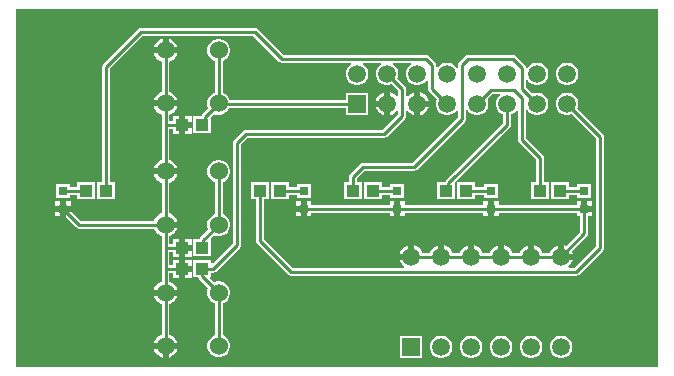
<source format=gtl>
G04*
G04 #@! TF.GenerationSoftware,Altium Limited,Altium Designer,24.5.2 (23)*
G04*
G04 Layer_Physical_Order=1*
G04 Layer_Color=255*
%FSLAX25Y25*%
%MOIN*%
G70*
G04*
G04 #@! TF.SameCoordinates,EC466EA2-F337-402A-A5E8-60117474A60A*
G04*
G04*
G04 #@! TF.FilePolarity,Positive*
G04*
G01*
G75*
%ADD10C,0.01000*%
%ADD13R,0.04331X0.03937*%
%ADD14R,0.03150X0.03150*%
%ADD22C,0.06000*%
%ADD23R,0.05906X0.05906*%
%ADD24C,0.05906*%
%ADD25R,0.05906X0.05906*%
%ADD26C,0.05906*%
G36*
X215256Y1234D02*
X1313D01*
Y120687D01*
X215256D01*
X215256Y1234D01*
D02*
G37*
%LPC*%
G36*
X52142Y110731D02*
Y107858D01*
X55015D01*
X54869Y108402D01*
X54343Y109314D01*
X53598Y110059D01*
X52686Y110586D01*
X52142Y110731D01*
D02*
G37*
G36*
X50142D02*
X49598Y110586D01*
X48686Y110059D01*
X47941Y109314D01*
X47414Y108402D01*
X47269Y107858D01*
X50142D01*
Y110731D01*
D02*
G37*
G36*
X185492Y102740D02*
X184508D01*
X183556Y102485D01*
X182703Y101993D01*
X182007Y101296D01*
X181515Y100444D01*
X181260Y99492D01*
Y98508D01*
X181515Y97556D01*
X182007Y96703D01*
X182703Y96007D01*
X183556Y95515D01*
X184508Y95260D01*
X185492D01*
X186444Y95515D01*
X187296Y96007D01*
X187993Y96703D01*
X188485Y97556D01*
X188740Y98508D01*
Y99492D01*
X188485Y100444D01*
X187993Y101296D01*
X187296Y101993D01*
X186444Y102485D01*
X185492Y102740D01*
D02*
G37*
G36*
X81000Y114313D02*
X43000D01*
X42498Y114213D01*
X42072Y113928D01*
X30418Y102275D01*
X30134Y101849D01*
X30034Y101347D01*
Y62756D01*
X28394D01*
Y57244D01*
X34299D01*
Y62756D01*
X32659D01*
Y100803D01*
X43544Y111687D01*
X80456D01*
X89072Y103072D01*
X89498Y102787D01*
X90000Y102687D01*
X112906D01*
X113040Y102187D01*
X112704Y101993D01*
X112007Y101296D01*
X111515Y100444D01*
X111260Y99492D01*
Y98508D01*
X111515Y97556D01*
X112007Y96703D01*
X112704Y96007D01*
X113556Y95515D01*
X114508Y95260D01*
X115492D01*
X116444Y95515D01*
X117297Y96007D01*
X117993Y96703D01*
X118485Y97556D01*
X118740Y98508D01*
Y99492D01*
X118485Y100444D01*
X117993Y101296D01*
X117297Y101993D01*
X116960Y102187D01*
X117094Y102687D01*
X122906D01*
X123040Y102187D01*
X122704Y101993D01*
X122007Y101296D01*
X121515Y100444D01*
X121260Y99492D01*
Y98508D01*
X121515Y97556D01*
X122007Y96703D01*
X122704Y96007D01*
X123556Y95515D01*
X124508Y95260D01*
X125492D01*
X126444Y95515D01*
X126561Y95583D01*
X128687Y93456D01*
Y91519D01*
X128187Y91385D01*
X128163Y91427D01*
X127427Y92163D01*
X126526Y92683D01*
X126000Y92824D01*
Y89000D01*
Y85176D01*
X126526Y85317D01*
X127427Y85837D01*
X128163Y86573D01*
X128187Y86615D01*
X128687Y86481D01*
Y85544D01*
X123456Y80313D01*
X78000D01*
X77498Y80213D01*
X77072Y79928D01*
X74072Y76928D01*
X73787Y76502D01*
X73687Y76000D01*
Y42544D01*
X66799Y35656D01*
X66299Y35863D01*
Y36756D01*
X60394D01*
Y31244D01*
X62087D01*
X62134Y31010D01*
X62418Y30584D01*
X65406Y27596D01*
X65329Y27462D01*
X65071Y26499D01*
Y25501D01*
X65329Y24538D01*
X65828Y23674D01*
X66533Y22969D01*
X67396Y22471D01*
X67546Y22431D01*
Y11853D01*
X67396Y11813D01*
X66533Y11314D01*
X65828Y10609D01*
X65329Y9745D01*
X65071Y8782D01*
Y7785D01*
X65329Y6822D01*
X65828Y5958D01*
X66533Y5253D01*
X67396Y4754D01*
X68360Y4496D01*
X69357D01*
X70320Y4754D01*
X71184Y5253D01*
X71889Y5958D01*
X72388Y6822D01*
X72646Y7785D01*
Y8782D01*
X72388Y9745D01*
X71889Y10609D01*
X71184Y11314D01*
X70320Y11813D01*
X70171Y11853D01*
Y22431D01*
X70320Y22471D01*
X71184Y22969D01*
X71889Y23674D01*
X72388Y24538D01*
X72646Y25501D01*
Y26499D01*
X72388Y27462D01*
X71889Y28326D01*
X71184Y29031D01*
X70320Y29529D01*
X69357Y29787D01*
X68360D01*
X67396Y29529D01*
X67263Y29452D01*
X65932Y30782D01*
X66124Y31244D01*
X66299D01*
Y32687D01*
X67000D01*
X67502Y32787D01*
X67928Y33072D01*
X75928Y41072D01*
X76213Y41498D01*
X76313Y42000D01*
Y75456D01*
X78544Y77687D01*
X124000D01*
X124502Y77787D01*
X124928Y78072D01*
X130928Y84072D01*
X131213Y84498D01*
X131313Y85000D01*
Y86481D01*
X131813Y86615D01*
X131837Y86573D01*
X132573Y85837D01*
X133474Y85317D01*
X134000Y85176D01*
Y89000D01*
Y92824D01*
X133474Y92683D01*
X132573Y92163D01*
X131837Y91427D01*
X131813Y91385D01*
X131313Y91519D01*
Y94000D01*
X131213Y94502D01*
X130928Y94928D01*
X128417Y97439D01*
X128485Y97556D01*
X128740Y98508D01*
Y99492D01*
X128485Y100444D01*
X127993Y101296D01*
X127296Y101993D01*
X126960Y102187D01*
X127094Y102687D01*
X132906D01*
X133040Y102187D01*
X132703Y101993D01*
X132007Y101296D01*
X131515Y100444D01*
X131260Y99492D01*
Y98508D01*
X131515Y97556D01*
X132007Y96703D01*
X132703Y96007D01*
X133556Y95515D01*
X134508Y95260D01*
X135492D01*
X136444Y95515D01*
X137296Y96007D01*
X137993Y96703D01*
X138187Y97040D01*
X138687Y96906D01*
Y94000D01*
X138787Y93498D01*
X139072Y93072D01*
X141583Y90561D01*
X141515Y90444D01*
X141260Y89492D01*
Y88508D01*
X141515Y87556D01*
X142007Y86703D01*
X142703Y86007D01*
X143556Y85515D01*
X144508Y85260D01*
X145492D01*
X146444Y85515D01*
X147297Y86007D01*
X147993Y86703D01*
X148187Y87040D01*
X148687Y86906D01*
Y84544D01*
X133456Y69313D01*
X117000D01*
X116498Y69213D01*
X116072Y68928D01*
X112725Y65582D01*
X112441Y65156D01*
X112341Y64653D01*
Y62756D01*
X110701D01*
Y57244D01*
X116606D01*
Y62756D01*
X114966D01*
Y64110D01*
X117544Y66687D01*
X134000D01*
X134502Y66787D01*
X134928Y67072D01*
X150928Y83072D01*
X151213Y83498D01*
X151313Y84000D01*
Y86906D01*
X151813Y87040D01*
X152007Y86703D01*
X152703Y86007D01*
X153556Y85515D01*
X154508Y85260D01*
X155492D01*
X156444Y85515D01*
X157297Y86007D01*
X157993Y86703D01*
X158485Y87556D01*
X158740Y88508D01*
Y89492D01*
X158485Y90444D01*
X158417Y90561D01*
X160264Y92408D01*
X162498D01*
X162618Y91908D01*
X162007Y91296D01*
X161515Y90444D01*
X161260Y89492D01*
Y88508D01*
X161515Y87556D01*
X162007Y86703D01*
X162704Y86007D01*
X163556Y85515D01*
X163687Y85480D01*
Y82544D01*
X144495Y63351D01*
X144210Y62925D01*
X144177Y62756D01*
X141701D01*
Y57244D01*
X147606D01*
Y62750D01*
X165928Y81072D01*
X166213Y81498D01*
X166313Y82000D01*
Y85480D01*
X166444Y85515D01*
X167297Y86007D01*
X167993Y86703D01*
X168187Y87040D01*
X168687Y86906D01*
Y77000D01*
X168787Y76498D01*
X169072Y76072D01*
X174687Y70456D01*
Y62756D01*
X173047D01*
Y57244D01*
X178953D01*
Y62756D01*
X177313D01*
Y71000D01*
X177213Y71502D01*
X176928Y71928D01*
X171313Y77544D01*
Y86906D01*
X171813Y87040D01*
X172007Y86703D01*
X172704Y86007D01*
X173556Y85515D01*
X174508Y85260D01*
X175492D01*
X176444Y85515D01*
X177296Y86007D01*
X177993Y86703D01*
X178485Y87556D01*
X178740Y88508D01*
Y89492D01*
X178485Y90444D01*
X177993Y91296D01*
X177296Y91993D01*
X176444Y92485D01*
X175492Y92740D01*
X174508D01*
X173556Y92485D01*
X173439Y92417D01*
X171313Y94544D01*
Y96906D01*
X171813Y97040D01*
X172007Y96703D01*
X172704Y96007D01*
X173556Y95515D01*
X174508Y95260D01*
X175492D01*
X176444Y95515D01*
X177296Y96007D01*
X177993Y96703D01*
X178485Y97556D01*
X178740Y98508D01*
Y99492D01*
X178485Y100444D01*
X177993Y101296D01*
X177296Y101993D01*
X176444Y102485D01*
X175492Y102740D01*
X174508D01*
X173556Y102485D01*
X172704Y101993D01*
X172007Y101296D01*
X171813Y100960D01*
X171482Y100986D01*
X171299Y101070D01*
X171213Y101502D01*
X170928Y101928D01*
X167928Y104928D01*
X167502Y105213D01*
X167000Y105313D01*
X152000D01*
X151498Y105213D01*
X151072Y104928D01*
X149072Y102928D01*
X148787Y102502D01*
X148687Y102000D01*
Y101094D01*
X148187Y100960D01*
X147993Y101296D01*
X147297Y101993D01*
X146444Y102485D01*
X145492Y102740D01*
X144508D01*
X143556Y102485D01*
X142703Y101993D01*
X142007Y101296D01*
X141813Y100960D01*
X141313Y101094D01*
Y102000D01*
X141213Y102502D01*
X140928Y102928D01*
X138928Y104928D01*
X138502Y105213D01*
X138000Y105313D01*
X90544D01*
X81928Y113928D01*
X81502Y114213D01*
X81000Y114313D01*
D02*
G37*
G36*
X55015Y105858D02*
X51142D01*
X47269D01*
X47414Y105314D01*
X47941Y104402D01*
X48686Y103657D01*
X49598Y103131D01*
X49829Y103069D01*
Y92931D01*
X49598Y92869D01*
X48686Y92343D01*
X47941Y91598D01*
X47414Y90686D01*
X47269Y90142D01*
X51142D01*
X55015D01*
X54869Y90686D01*
X54343Y91598D01*
X53598Y92343D01*
X52686Y92869D01*
X52454Y92931D01*
Y103069D01*
X52686Y103131D01*
X53598Y103657D01*
X54343Y104402D01*
X54869Y105314D01*
X55015Y105858D01*
D02*
G37*
G36*
X136000Y92824D02*
Y90000D01*
X138824D01*
X138683Y90526D01*
X138163Y91427D01*
X137427Y92163D01*
X136526Y92683D01*
X136000Y92824D01*
D02*
G37*
G36*
X124000D02*
X123474Y92683D01*
X122573Y92163D01*
X121837Y91427D01*
X121317Y90526D01*
X121176Y90000D01*
X124000D01*
Y92824D01*
D02*
G37*
G36*
X69357Y110646D02*
X68360D01*
X67396Y110388D01*
X66533Y109889D01*
X65828Y109184D01*
X65329Y108320D01*
X65071Y107357D01*
Y106360D01*
X65329Y105396D01*
X65828Y104533D01*
X66533Y103828D01*
X67396Y103329D01*
X67546Y103289D01*
Y92711D01*
X67396Y92671D01*
X66533Y92172D01*
X65828Y91467D01*
X65329Y90604D01*
X65071Y89640D01*
Y88643D01*
X65329Y87680D01*
X65406Y87546D01*
X63212Y85351D01*
X62927Y84925D01*
X62893Y84756D01*
X60394D01*
Y79244D01*
X66299D01*
Y84726D01*
X67263Y85690D01*
X67396Y85612D01*
X68360Y85354D01*
X69357D01*
X70320Y85612D01*
X71184Y86111D01*
X71889Y86816D01*
X72388Y87680D01*
X72390Y87687D01*
X111260D01*
Y85260D01*
X118740D01*
Y92740D01*
X111260D01*
Y90313D01*
X72465D01*
X72388Y90604D01*
X71889Y91467D01*
X71184Y92172D01*
X70320Y92671D01*
X70171Y92711D01*
Y103289D01*
X70320Y103329D01*
X71184Y103828D01*
X71889Y104533D01*
X72388Y105396D01*
X72646Y106360D01*
Y107357D01*
X72388Y108320D01*
X71889Y109184D01*
X71184Y109889D01*
X70320Y110388D01*
X69357Y110646D01*
D02*
G37*
G36*
X138824Y88000D02*
X136000D01*
Y85176D01*
X136526Y85317D01*
X137427Y85837D01*
X138163Y86573D01*
X138683Y87474D01*
X138824Y88000D01*
D02*
G37*
G36*
X124000D02*
X121176D01*
X121317Y87474D01*
X121837Y86573D01*
X122573Y85837D01*
X123474Y85317D01*
X124000Y85176D01*
Y88000D01*
D02*
G37*
G36*
X59819Y84969D02*
X57653D01*
Y83000D01*
X59819D01*
Y84969D01*
D02*
G37*
G36*
Y81000D02*
X57653D01*
Y79031D01*
X59819D01*
Y81000D01*
D02*
G37*
G36*
X55015Y88142D02*
X51142D01*
X47269D01*
X47414Y87598D01*
X47941Y86686D01*
X48686Y85941D01*
X49598Y85414D01*
X49829Y85352D01*
Y82000D01*
Y70218D01*
X49598Y70157D01*
X48686Y69630D01*
X47941Y68885D01*
X47414Y67973D01*
X47269Y67429D01*
X51142D01*
X55015D01*
X54869Y67973D01*
X54343Y68885D01*
X53598Y69630D01*
X52686Y70157D01*
X52454Y70218D01*
Y80687D01*
X53488D01*
Y79031D01*
X55654D01*
Y82000D01*
Y84969D01*
X53488D01*
Y83313D01*
X52454D01*
Y85352D01*
X52686Y85414D01*
X53598Y85941D01*
X54343Y86686D01*
X54869Y87598D01*
X55015Y88142D01*
D02*
G37*
G36*
X27606Y62756D02*
X21701D01*
Y61265D01*
X19362D01*
Y62315D01*
X14638D01*
Y57591D01*
X19362D01*
Y58640D01*
X21701D01*
Y57244D01*
X27606D01*
Y62756D01*
D02*
G37*
G36*
X185646D02*
X179740D01*
Y57244D01*
X185646D01*
Y58687D01*
X188387D01*
Y57591D01*
X193111D01*
Y62315D01*
X188387D01*
Y61313D01*
X185646D01*
Y62756D01*
D02*
G37*
G36*
X154299D02*
X148394D01*
Y57244D01*
X154299D01*
Y58687D01*
X157208D01*
Y57591D01*
X161932D01*
Y62315D01*
X157208D01*
Y61313D01*
X154299D01*
Y62756D01*
D02*
G37*
G36*
X123299D02*
X117394D01*
Y57244D01*
X123299D01*
Y58687D01*
X126029D01*
Y57591D01*
X130754D01*
Y62315D01*
X126029D01*
Y61313D01*
X123299D01*
Y62756D01*
D02*
G37*
G36*
X92299D02*
X86394D01*
Y57244D01*
X92299D01*
Y58687D01*
X94850D01*
Y57591D01*
X99575D01*
Y62315D01*
X94850D01*
Y61313D01*
X92299D01*
Y62756D01*
D02*
G37*
G36*
X189749Y56622D02*
X188174D01*
Y55360D01*
X162145D01*
Y56622D01*
X160570D01*
Y54047D01*
Y51472D01*
X162145D01*
Y52735D01*
X188174D01*
Y51472D01*
X189436D01*
Y46292D01*
X184717Y41573D01*
X184526Y41683D01*
X184000Y41824D01*
Y39000D01*
X186824D01*
X186683Y39526D01*
X186573Y39717D01*
X191677Y44821D01*
X191962Y45246D01*
X192061Y45749D01*
Y51472D01*
X193324D01*
Y53047D01*
X190749D01*
Y54047D01*
X189749D01*
Y56622D01*
D02*
G37*
G36*
X158570D02*
X156995D01*
Y55360D01*
X130966D01*
Y56622D01*
X129391D01*
Y54047D01*
Y51472D01*
X130966D01*
Y52735D01*
X156995D01*
Y51472D01*
X158570D01*
Y54047D01*
Y56622D01*
D02*
G37*
G36*
X127391D02*
X125817D01*
Y55360D01*
X99787D01*
Y56622D01*
X98213D01*
Y54047D01*
Y51472D01*
X99787D01*
Y52735D01*
X125817D01*
Y51472D01*
X127391D01*
Y54047D01*
Y56622D01*
D02*
G37*
G36*
X193324D02*
X191749D01*
Y55047D01*
X193324D01*
Y56622D01*
D02*
G37*
G36*
X19575D02*
X18000D01*
Y55047D01*
X19575D01*
Y56622D01*
D02*
G37*
G36*
X96213D02*
X94638D01*
Y55047D01*
X96213D01*
Y56622D01*
D02*
G37*
G36*
X16000D02*
X14425D01*
Y55047D01*
X16000D01*
Y56622D01*
D02*
G37*
G36*
X96213Y53047D02*
X94638D01*
Y51472D01*
X96213D01*
Y53047D01*
D02*
G37*
G36*
X16000D02*
X14425D01*
Y51472D01*
X16000D01*
Y53047D01*
D02*
G37*
G36*
X55015Y65429D02*
X51142D01*
X47269D01*
X47414Y64885D01*
X47941Y63973D01*
X48686Y63228D01*
X49598Y62702D01*
X49829Y62640D01*
Y52502D01*
X49598Y52440D01*
X48686Y51913D01*
X47941Y51169D01*
X47414Y50257D01*
X47352Y50025D01*
X22878D01*
X19856Y53047D01*
X18000D01*
Y51191D01*
X21407Y47784D01*
X21832Y47500D01*
X22335Y47400D01*
X47352D01*
X47414Y47169D01*
X47941Y46257D01*
X48686Y45512D01*
X49598Y44985D01*
X49829Y44923D01*
Y41000D01*
Y33500D01*
Y29789D01*
X49598Y29727D01*
X48686Y29201D01*
X47941Y28456D01*
X47414Y27544D01*
X47269Y27000D01*
X51142D01*
X55015D01*
X54869Y27544D01*
X54343Y28456D01*
X53598Y29201D01*
X52686Y29727D01*
X52454Y29789D01*
Y32687D01*
X53488D01*
Y31032D01*
X55654D01*
Y34000D01*
Y36968D01*
X53488D01*
Y35313D01*
X52454D01*
Y39687D01*
X53488D01*
Y38032D01*
X55654D01*
Y41000D01*
Y43968D01*
X53488D01*
Y42313D01*
X52454D01*
Y44923D01*
X52686Y44985D01*
X53598Y45512D01*
X54343Y46257D01*
X54869Y47169D01*
X55015Y47713D01*
X51142D01*
Y49713D01*
X55015D01*
X54869Y50257D01*
X54343Y51169D01*
X53598Y51913D01*
X52686Y52440D01*
X52454Y52502D01*
Y62640D01*
X52686Y62702D01*
X53598Y63228D01*
X54343Y63973D01*
X54869Y64885D01*
X55015Y65429D01*
D02*
G37*
G36*
X69357Y70217D02*
X68360D01*
X67396Y69958D01*
X66533Y69460D01*
X65828Y68755D01*
X65329Y67891D01*
X65071Y66928D01*
Y65930D01*
X65329Y64967D01*
X65828Y64104D01*
X66533Y63398D01*
X67396Y62900D01*
X67546Y62860D01*
Y52282D01*
X67396Y52242D01*
X66533Y51743D01*
X65828Y51038D01*
X65329Y50174D01*
X65071Y49211D01*
Y48214D01*
X65329Y47251D01*
X65406Y47117D01*
X62641Y44351D01*
X62356Y43925D01*
X62322Y43756D01*
X60394D01*
Y38244D01*
X66299D01*
Y43756D01*
X66299D01*
X66141Y44139D01*
X67263Y45261D01*
X67396Y45183D01*
X68360Y44925D01*
X69357D01*
X70320Y45183D01*
X71184Y45682D01*
X71889Y46387D01*
X72388Y47251D01*
X72646Y48214D01*
Y49211D01*
X72388Y50174D01*
X71889Y51038D01*
X71184Y51743D01*
X70320Y52242D01*
X70171Y52282D01*
Y62860D01*
X70320Y62900D01*
X71184Y63398D01*
X71889Y64104D01*
X72388Y64967D01*
X72646Y65930D01*
Y66928D01*
X72388Y67891D01*
X71889Y68755D01*
X71184Y69460D01*
X70320Y69958D01*
X69357Y70217D01*
D02*
G37*
G36*
X59819Y43968D02*
X57653D01*
Y42000D01*
X59819D01*
Y43968D01*
D02*
G37*
G36*
X132000Y41824D02*
X131474Y41683D01*
X130573Y41163D01*
X129837Y40427D01*
X129317Y39526D01*
X129176Y39000D01*
X132000D01*
Y41824D01*
D02*
G37*
G36*
X59819Y40000D02*
X57653D01*
Y38032D01*
X59819D01*
Y40000D01*
D02*
G37*
G36*
Y36968D02*
X57653D01*
Y35000D01*
X59819D01*
Y36968D01*
D02*
G37*
G36*
X185492Y92740D02*
X184508D01*
X183556Y92485D01*
X182703Y91993D01*
X182007Y91296D01*
X181515Y90444D01*
X181260Y89492D01*
Y88508D01*
X181515Y87556D01*
X182007Y86703D01*
X182703Y86007D01*
X183556Y85515D01*
X184508Y85260D01*
X185492D01*
X186444Y85515D01*
X186561Y85583D01*
X194687Y77456D01*
Y41544D01*
X187456Y34313D01*
X185519D01*
X185385Y34813D01*
X185427Y34837D01*
X186163Y35573D01*
X186683Y36474D01*
X186824Y37000D01*
X183000D01*
Y38000D01*
X182000D01*
Y41824D01*
X181474Y41683D01*
X180573Y41163D01*
X179837Y40427D01*
X179317Y39526D01*
X179260Y39313D01*
X176741D01*
X176683Y39526D01*
X176163Y40427D01*
X175427Y41163D01*
X174526Y41683D01*
X174000Y41824D01*
Y38000D01*
X172000D01*
Y41824D01*
X171474Y41683D01*
X170573Y41163D01*
X169837Y40427D01*
X169317Y39526D01*
X169260Y39313D01*
X166741D01*
X166683Y39526D01*
X166163Y40427D01*
X165427Y41163D01*
X164526Y41683D01*
X164000Y41824D01*
Y38000D01*
X162000D01*
Y41824D01*
X161474Y41683D01*
X160573Y41163D01*
X159837Y40427D01*
X159317Y39526D01*
X159259Y39313D01*
X156740D01*
X156683Y39526D01*
X156163Y40427D01*
X155427Y41163D01*
X154526Y41683D01*
X154000Y41824D01*
Y38000D01*
X152000D01*
Y41824D01*
X151474Y41683D01*
X150573Y41163D01*
X149837Y40427D01*
X149317Y39526D01*
X149259Y39313D01*
X146740D01*
X146683Y39526D01*
X146163Y40427D01*
X145427Y41163D01*
X144526Y41683D01*
X144000Y41824D01*
Y38000D01*
X142000D01*
Y41824D01*
X141474Y41683D01*
X140573Y41163D01*
X139837Y40427D01*
X139317Y39526D01*
X139260Y39313D01*
X136741D01*
X136683Y39526D01*
X136163Y40427D01*
X135427Y41163D01*
X134526Y41683D01*
X134000Y41824D01*
Y38000D01*
X133000D01*
Y37000D01*
X129176D01*
X129317Y36474D01*
X129837Y35573D01*
X130573Y34837D01*
X130615Y34813D01*
X130481Y34313D01*
X93544D01*
X83966Y43890D01*
Y57244D01*
X85606D01*
Y62756D01*
X79701D01*
Y57244D01*
X81341D01*
Y43346D01*
X81441Y42844D01*
X81725Y42418D01*
X92072Y32072D01*
X92498Y31787D01*
X93000Y31687D01*
X188000D01*
X188502Y31787D01*
X188928Y32072D01*
X196928Y40072D01*
X197213Y40498D01*
X197313Y41000D01*
Y78000D01*
X197213Y78502D01*
X196928Y78928D01*
X188417Y87439D01*
X188485Y87556D01*
X188740Y88508D01*
Y89492D01*
X188485Y90444D01*
X187993Y91296D01*
X187296Y91993D01*
X186444Y92485D01*
X185492Y92740D01*
D02*
G37*
G36*
X59819Y33000D02*
X57653D01*
Y31032D01*
X59819D01*
Y33000D01*
D02*
G37*
G36*
X55015Y25000D02*
X51142D01*
X47269D01*
X47414Y24456D01*
X47941Y23544D01*
X48686Y22799D01*
X49598Y22273D01*
X49829Y22211D01*
Y12073D01*
X49598Y12011D01*
X48686Y11484D01*
X47941Y10740D01*
X47414Y9827D01*
X47269Y9284D01*
X51142D01*
X55015D01*
X54869Y9827D01*
X54343Y10740D01*
X53598Y11484D01*
X52686Y12011D01*
X52454Y12073D01*
Y22211D01*
X52686Y22273D01*
X53598Y22799D01*
X54343Y23544D01*
X54869Y24456D01*
X55015Y25000D01*
D02*
G37*
G36*
Y7283D02*
X52142D01*
Y4410D01*
X52686Y4556D01*
X53598Y5083D01*
X54343Y5827D01*
X54869Y6740D01*
X55015Y7283D01*
D02*
G37*
G36*
X50142D02*
X47269D01*
X47414Y6740D01*
X47941Y5827D01*
X48686Y5083D01*
X49598Y4556D01*
X50142Y4410D01*
Y7283D01*
D02*
G37*
G36*
X183492Y11740D02*
X182508D01*
X181556Y11485D01*
X180703Y10993D01*
X180007Y10296D01*
X179515Y9444D01*
X179260Y8492D01*
Y7508D01*
X179515Y6556D01*
X180007Y5703D01*
X180703Y5007D01*
X181556Y4515D01*
X182508Y4260D01*
X183492D01*
X184444Y4515D01*
X185296Y5007D01*
X185993Y5703D01*
X186485Y6556D01*
X186740Y7508D01*
Y8492D01*
X186485Y9444D01*
X185993Y10296D01*
X185296Y10993D01*
X184444Y11485D01*
X183492Y11740D01*
D02*
G37*
G36*
X173492D02*
X172508D01*
X171556Y11485D01*
X170703Y10993D01*
X170007Y10296D01*
X169515Y9444D01*
X169260Y8492D01*
Y7508D01*
X169515Y6556D01*
X170007Y5703D01*
X170703Y5007D01*
X171556Y4515D01*
X172508Y4260D01*
X173492D01*
X174444Y4515D01*
X175296Y5007D01*
X175993Y5703D01*
X176485Y6556D01*
X176740Y7508D01*
Y8492D01*
X176485Y9444D01*
X175993Y10296D01*
X175296Y10993D01*
X174444Y11485D01*
X173492Y11740D01*
D02*
G37*
G36*
X163492D02*
X162508D01*
X161556Y11485D01*
X160704Y10993D01*
X160007Y10296D01*
X159515Y9444D01*
X159260Y8492D01*
Y7508D01*
X159515Y6556D01*
X160007Y5703D01*
X160704Y5007D01*
X161556Y4515D01*
X162508Y4260D01*
X163492D01*
X164444Y4515D01*
X165296Y5007D01*
X165993Y5703D01*
X166485Y6556D01*
X166740Y7508D01*
Y8492D01*
X166485Y9444D01*
X165993Y10296D01*
X165296Y10993D01*
X164444Y11485D01*
X163492Y11740D01*
D02*
G37*
G36*
X153492D02*
X152508D01*
X151556Y11485D01*
X150704Y10993D01*
X150007Y10296D01*
X149515Y9444D01*
X149260Y8492D01*
Y7508D01*
X149515Y6556D01*
X150007Y5703D01*
X150704Y5007D01*
X151556Y4515D01*
X152508Y4260D01*
X153492D01*
X154444Y4515D01*
X155297Y5007D01*
X155993Y5703D01*
X156485Y6556D01*
X156740Y7508D01*
Y8492D01*
X156485Y9444D01*
X155993Y10296D01*
X155297Y10993D01*
X154444Y11485D01*
X153492Y11740D01*
D02*
G37*
G36*
X143492D02*
X142508D01*
X141556Y11485D01*
X140703Y10993D01*
X140007Y10296D01*
X139515Y9444D01*
X139260Y8492D01*
Y7508D01*
X139515Y6556D01*
X140007Y5703D01*
X140703Y5007D01*
X141556Y4515D01*
X142508Y4260D01*
X143492D01*
X144444Y4515D01*
X145297Y5007D01*
X145993Y5703D01*
X146485Y6556D01*
X146740Y7508D01*
Y8492D01*
X146485Y9444D01*
X145993Y10296D01*
X145297Y10993D01*
X144444Y11485D01*
X143492Y11740D01*
D02*
G37*
G36*
X136740D02*
X129260D01*
Y4260D01*
X136740D01*
Y11740D01*
D02*
G37*
%LPD*%
D10*
X17000Y54047D02*
X22335Y48713D01*
X51142D01*
X31346Y60000D02*
Y101347D01*
X43000Y113000D02*
X81000D01*
X31346Y101347D02*
X43000Y113000D01*
X81000D02*
X90000Y104000D01*
X138000D01*
X140000Y102000D01*
Y94000D02*
Y102000D01*
Y94000D02*
X145000Y89000D01*
X152000Y104000D02*
X167000D01*
X150000Y102000D02*
X152000Y104000D01*
X167000D02*
X170000Y101000D01*
X134000Y68000D02*
X150000Y84000D01*
Y102000D01*
X117000Y68000D02*
X134000D01*
X165000Y82000D02*
Y89000D01*
X145423Y62423D02*
X165000Y82000D01*
X145423Y60770D02*
Y62423D01*
X144653Y60000D02*
X145423Y60770D01*
X170000Y94000D02*
X175000Y89000D01*
X170000Y94000D02*
Y101000D01*
X159720Y93720D02*
X167280D01*
X170000Y91000D01*
X155000Y89000D02*
X159720Y93720D01*
X170000Y77000D02*
Y91000D01*
Y77000D02*
X176000Y71000D01*
X82653Y43346D02*
Y60000D01*
Y43346D02*
X93000Y33000D01*
X188000D01*
X196000Y41000D01*
X185000Y89000D02*
X196000Y78000D01*
Y41000D02*
Y78000D01*
X159570Y54047D02*
X190749D01*
X128391D02*
X159570D01*
X97213D02*
X128391D01*
X113654Y60000D02*
Y64653D01*
X117000Y68000D01*
X51142Y33500D02*
Y41000D01*
Y26000D02*
Y33500D01*
X51642Y34000D02*
X56653D01*
X51142Y33500D02*
X51642Y34000D01*
X51142Y41000D02*
Y48713D01*
Y41000D02*
X56653D01*
X51142Y82000D02*
Y89142D01*
Y66429D02*
Y82000D01*
X56653D01*
X51142Y48713D02*
Y66429D01*
Y89142D02*
Y106858D01*
Y8283D02*
Y26000D01*
X63346Y34000D02*
X67000D01*
X75000Y42000D02*
Y76000D01*
X67000Y34000D02*
X75000Y42000D01*
Y76000D02*
X78000Y79000D01*
X124000D01*
X130000Y85000D01*
Y94000D01*
X125000Y99000D02*
X130000Y94000D01*
X63346Y31512D02*
X68858Y26000D01*
X63346Y31512D02*
Y34000D01*
X68858Y8283D02*
Y26000D01*
X63569Y41222D02*
Y43423D01*
X68858Y48713D01*
X63346Y41000D02*
X63569Y41222D01*
X68858Y48713D02*
Y66429D01*
X69000Y66571D01*
X69000Y89000D02*
X115000D01*
X68858Y89142D02*
X69000Y89000D01*
X68858Y89142D02*
Y106858D01*
X64140Y84423D02*
X68858Y89142D01*
X63346Y82000D02*
X64140Y82793D01*
Y84423D01*
X17000Y59953D02*
X24606D01*
X24654Y60000D01*
X190702D02*
X190749Y59953D01*
X182693Y60000D02*
X190702D01*
X151347D02*
X159523D01*
X159570Y59953D01*
X128344Y60000D02*
X128391Y59953D01*
X120346Y60000D02*
X128344D01*
X97165D02*
X97213Y59953D01*
X89346Y60000D02*
X97165D01*
X173000Y38000D02*
X183000D01*
X163000D02*
X173000D01*
X153000D02*
X163000D01*
X143000D02*
X153000D01*
X133000D02*
X143000D01*
X190749Y45749D02*
Y54047D01*
X183000Y38000D02*
X190749Y45749D01*
X176000Y60000D02*
Y71000D01*
D13*
X89346Y60000D02*
D03*
X82653D02*
D03*
X56653Y82000D02*
D03*
X63346D02*
D03*
X56653Y41000D02*
D03*
X63346D02*
D03*
X56653Y34000D02*
D03*
X63346D02*
D03*
X120346Y60000D02*
D03*
X113654D02*
D03*
X151347D02*
D03*
X144653D02*
D03*
X182693D02*
D03*
X176000D02*
D03*
X24654D02*
D03*
X31346D02*
D03*
D14*
X159570Y54047D02*
D03*
Y59953D02*
D03*
X190749Y54047D02*
D03*
Y59953D02*
D03*
X97213Y54047D02*
D03*
Y59953D02*
D03*
X128391Y54047D02*
D03*
Y59953D02*
D03*
X17000Y54047D02*
D03*
Y59953D02*
D03*
D22*
X51142Y106858D02*
D03*
X68858D02*
D03*
X51142Y89142D02*
D03*
X68858D02*
D03*
X51142Y66429D02*
D03*
X68858D02*
D03*
X51142Y48713D02*
D03*
X68858D02*
D03*
X51142Y26000D02*
D03*
X68858D02*
D03*
X51142Y8283D02*
D03*
X68858D02*
D03*
D23*
X115000Y89000D02*
D03*
D24*
Y99000D02*
D03*
X125000Y89000D02*
D03*
Y99000D02*
D03*
X135000Y89000D02*
D03*
Y99000D02*
D03*
X145000Y89000D02*
D03*
Y99000D02*
D03*
X155000Y89000D02*
D03*
Y99000D02*
D03*
X165000Y89000D02*
D03*
Y99000D02*
D03*
X175000Y89000D02*
D03*
Y99000D02*
D03*
X185000Y89000D02*
D03*
Y99000D02*
D03*
X183000Y8000D02*
D03*
X133000Y38000D02*
D03*
X143000D02*
D03*
X153000D02*
D03*
X163000D02*
D03*
X173000D02*
D03*
X183000D02*
D03*
D25*
X133000Y8000D02*
D03*
D26*
X143000D02*
D03*
X153000D02*
D03*
X163000D02*
D03*
X173000D02*
D03*
M02*

</source>
